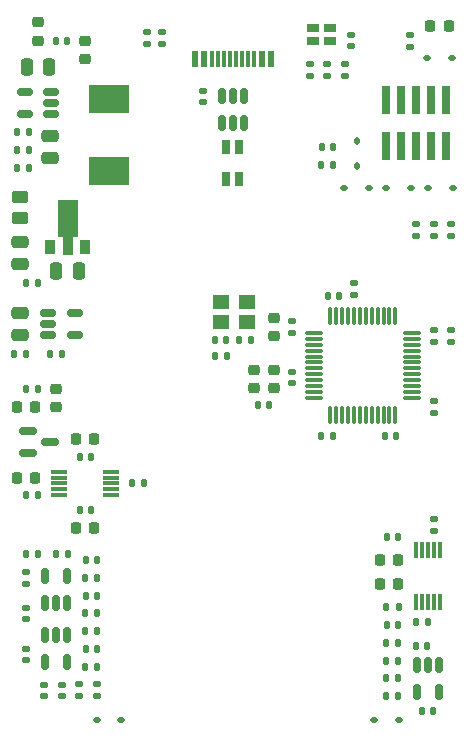
<source format=gbr>
%TF.GenerationSoftware,KiCad,Pcbnew,7.0.10*%
%TF.CreationDate,2024-01-21T20:38:52+01:00*%
%TF.ProjectId,Nemesis-MixSigPCB,4e656d65-7369-4732-9d4d-697853696750,1*%
%TF.SameCoordinates,Original*%
%TF.FileFunction,Paste,Top*%
%TF.FilePolarity,Positive*%
%FSLAX46Y46*%
G04 Gerber Fmt 4.6, Leading zero omitted, Abs format (unit mm)*
G04 Created by KiCad (PCBNEW 7.0.10) date 2024-01-21 20:38:52*
%MOMM*%
%LPD*%
G01*
G04 APERTURE LIST*
G04 Aperture macros list*
%AMRoundRect*
0 Rectangle with rounded corners*
0 $1 Rounding radius*
0 $2 $3 $4 $5 $6 $7 $8 $9 X,Y pos of 4 corners*
0 Add a 4 corners polygon primitive as box body*
4,1,4,$2,$3,$4,$5,$6,$7,$8,$9,$2,$3,0*
0 Add four circle primitives for the rounded corners*
1,1,$1+$1,$2,$3*
1,1,$1+$1,$4,$5*
1,1,$1+$1,$6,$7*
1,1,$1+$1,$8,$9*
0 Add four rect primitives between the rounded corners*
20,1,$1+$1,$2,$3,$4,$5,0*
20,1,$1+$1,$4,$5,$6,$7,0*
20,1,$1+$1,$6,$7,$8,$9,0*
20,1,$1+$1,$8,$9,$2,$3,0*%
%AMFreePoly0*
4,1,9,3.862500,-0.866500,0.737500,-0.866500,0.737500,-0.450000,-0.737500,-0.450000,-0.737500,0.450000,0.737500,0.450000,0.737500,0.866500,3.862500,0.866500,3.862500,-0.866500,3.862500,-0.866500,$1*%
G04 Aperture macros list end*
%ADD10RoundRect,0.225000X0.225000X0.250000X-0.225000X0.250000X-0.225000X-0.250000X0.225000X-0.250000X0*%
%ADD11R,0.740000X2.400000*%
%ADD12RoundRect,0.218750X-0.218750X-0.256250X0.218750X-0.256250X0.218750X0.256250X-0.218750X0.256250X0*%
%ADD13RoundRect,0.112500X-0.187500X-0.112500X0.187500X-0.112500X0.187500X0.112500X-0.187500X0.112500X0*%
%ADD14RoundRect,0.135000X-0.135000X-0.185000X0.135000X-0.185000X0.135000X0.185000X-0.135000X0.185000X0*%
%ADD15RoundRect,0.135000X0.135000X0.185000X-0.135000X0.185000X-0.135000X-0.185000X0.135000X-0.185000X0*%
%ADD16RoundRect,0.140000X0.140000X0.170000X-0.140000X0.170000X-0.140000X-0.170000X0.140000X-0.170000X0*%
%ADD17RoundRect,0.150000X-0.150000X0.512500X-0.150000X-0.512500X0.150000X-0.512500X0.150000X0.512500X0*%
%ADD18R,3.500000X2.350000*%
%ADD19RoundRect,0.135000X-0.185000X0.135000X-0.185000X-0.135000X0.185000X-0.135000X0.185000X0.135000X0*%
%ADD20RoundRect,0.250000X0.475000X-0.250000X0.475000X0.250000X-0.475000X0.250000X-0.475000X-0.250000X0*%
%ADD21RoundRect,0.140000X-0.140000X-0.170000X0.140000X-0.170000X0.140000X0.170000X-0.140000X0.170000X0*%
%ADD22RoundRect,0.225000X-0.225000X-0.250000X0.225000X-0.250000X0.225000X0.250000X-0.225000X0.250000X0*%
%ADD23RoundRect,0.140000X0.170000X-0.140000X0.170000X0.140000X-0.170000X0.140000X-0.170000X-0.140000X0*%
%ADD24RoundRect,0.147500X0.147500X0.172500X-0.147500X0.172500X-0.147500X-0.172500X0.147500X-0.172500X0*%
%ADD25R,1.400000X1.200000*%
%ADD26RoundRect,0.135000X0.185000X-0.135000X0.185000X0.135000X-0.185000X0.135000X-0.185000X-0.135000X0*%
%ADD27RoundRect,0.112500X0.187500X0.112500X-0.187500X0.112500X-0.187500X-0.112500X0.187500X-0.112500X0*%
%ADD28RoundRect,0.150000X0.512500X0.150000X-0.512500X0.150000X-0.512500X-0.150000X0.512500X-0.150000X0*%
%ADD29R,0.600000X1.450000*%
%ADD30R,0.300000X1.450000*%
%ADD31RoundRect,0.250000X-0.250000X-0.475000X0.250000X-0.475000X0.250000X0.475000X-0.250000X0.475000X0*%
%ADD32RoundRect,0.150000X-0.587500X-0.150000X0.587500X-0.150000X0.587500X0.150000X-0.587500X0.150000X0*%
%ADD33RoundRect,0.140000X-0.170000X0.140000X-0.170000X-0.140000X0.170000X-0.140000X0.170000X0.140000X0*%
%ADD34R,0.900000X1.300000*%
%ADD35FreePoly0,90.000000*%
%ADD36RoundRect,0.150000X-0.512500X-0.150000X0.512500X-0.150000X0.512500X0.150000X-0.512500X0.150000X0*%
%ADD37RoundRect,0.075000X-0.662500X-0.075000X0.662500X-0.075000X0.662500X0.075000X-0.662500X0.075000X0*%
%ADD38RoundRect,0.075000X-0.075000X-0.662500X0.075000X-0.662500X0.075000X0.662500X-0.075000X0.662500X0*%
%ADD39R,1.000000X0.800000*%
%ADD40RoundRect,0.150000X0.150000X-0.512500X0.150000X0.512500X-0.150000X0.512500X-0.150000X-0.512500X0*%
%ADD41RoundRect,0.250000X0.450000X-0.262500X0.450000X0.262500X-0.450000X0.262500X-0.450000X-0.262500X0*%
%ADD42RoundRect,0.225000X0.250000X-0.225000X0.250000X0.225000X-0.250000X0.225000X-0.250000X-0.225000X0*%
%ADD43RoundRect,0.112500X0.112500X-0.187500X0.112500X0.187500X-0.112500X0.187500X-0.112500X-0.187500X0*%
%ADD44RoundRect,0.250000X0.250000X0.475000X-0.250000X0.475000X-0.250000X-0.475000X0.250000X-0.475000X0*%
%ADD45RoundRect,0.225000X-0.250000X0.225000X-0.250000X-0.225000X0.250000X-0.225000X0.250000X0.225000X0*%
%ADD46R,1.450000X0.300000*%
%ADD47RoundRect,0.250000X-0.475000X0.250000X-0.475000X-0.250000X0.475000X-0.250000X0.475000X0.250000X0*%
%ADD48R,0.700000X1.200000*%
G04 APERTURE END LIST*
D10*
%TO.C,C402*%
X161500000Y-99000000D03*
X159950000Y-99000000D03*
%TD*%
D11*
%TO.C,J201*%
X165540000Y-60050000D03*
X165540000Y-63950000D03*
X164270000Y-60050000D03*
X164270000Y-63950000D03*
X163000000Y-60050000D03*
X163000000Y-63950000D03*
X161730000Y-60050000D03*
X161730000Y-63950000D03*
X160460000Y-60050000D03*
X160460000Y-63950000D03*
%TD*%
D12*
%TO.C,D100*%
X164212500Y-53750000D03*
X165787500Y-53750000D03*
%TD*%
D13*
%TO.C,D400*%
X159450000Y-112500000D03*
X161550000Y-112500000D03*
%TD*%
D14*
%TO.C,R402*%
X160500000Y-103000000D03*
X161520000Y-103000000D03*
%TD*%
D15*
%TO.C,R105*%
X133010000Y-81500000D03*
X131990000Y-81500000D03*
%TD*%
%TO.C,R102*%
X130240000Y-62750000D03*
X129220000Y-62750000D03*
%TD*%
D16*
%TO.C,C314*%
X135480000Y-94750000D03*
X134520000Y-94750000D03*
%TD*%
D17*
%TO.C,U201*%
X148450000Y-59725000D03*
X147500000Y-59725000D03*
X146550000Y-59725000D03*
X146550000Y-62000000D03*
X147500000Y-62000000D03*
X148450000Y-62000000D03*
%TD*%
D18*
%TO.C,L101*%
X137000000Y-59975000D03*
X137000000Y-66025000D03*
%TD*%
D19*
%TO.C,R206*%
X141500000Y-54240000D03*
X141500000Y-55260000D03*
%TD*%
D10*
%TO.C,C312*%
X135775000Y-88750000D03*
X134225000Y-88750000D03*
%TD*%
D16*
%TO.C,C307*%
X135980000Y-99000000D03*
X135020000Y-99000000D03*
%TD*%
D20*
%TO.C,C105*%
X132000000Y-64950000D03*
X132000000Y-63050000D03*
%TD*%
D21*
%TO.C,C405*%
X160500000Y-109000000D03*
X161460000Y-109000000D03*
%TD*%
D22*
%TO.C,C309*%
X129225000Y-86000000D03*
X130775000Y-86000000D03*
%TD*%
D16*
%TO.C,C401*%
X161500000Y-97000000D03*
X160540000Y-97000000D03*
%TD*%
%TO.C,C313*%
X135480000Y-90250000D03*
X134520000Y-90250000D03*
%TD*%
D20*
%TO.C,C107*%
X129500000Y-79950000D03*
X129500000Y-78050000D03*
%TD*%
D16*
%TO.C,C202*%
X161340000Y-88500000D03*
X160380000Y-88500000D03*
%TD*%
D14*
%TO.C,R305*%
X134990000Y-103500000D03*
X136010000Y-103500000D03*
%TD*%
D23*
%TO.C,C302*%
X130000000Y-107480000D03*
X130000000Y-106520000D03*
%TD*%
D24*
%TO.C,L200*%
X150590000Y-85870000D03*
X149620000Y-85870000D03*
%TD*%
D25*
%TO.C,Y200*%
X148690000Y-77170000D03*
X146490000Y-77170000D03*
X146490000Y-78870000D03*
X148690000Y-78870000D03*
%TD*%
D26*
%TO.C,R301*%
X134500000Y-110510000D03*
X134500000Y-109490000D03*
%TD*%
D27*
%TO.C,D203*%
X162600000Y-67500000D03*
X160500000Y-67500000D03*
%TD*%
D14*
%TO.C,R302*%
X129990000Y-98500000D03*
X131010000Y-98500000D03*
%TD*%
D21*
%TO.C,C303*%
X135020000Y-106500000D03*
X135980000Y-106500000D03*
%TD*%
%TO.C,C212*%
X155020000Y-64000000D03*
X155980000Y-64000000D03*
%TD*%
D28*
%TO.C,U101*%
X132137500Y-61225000D03*
X132137500Y-60275000D03*
X132137500Y-59325000D03*
X129862500Y-59325000D03*
X129862500Y-61225000D03*
%TD*%
D15*
%TO.C,R404*%
X161500000Y-107500000D03*
X160480000Y-107500000D03*
%TD*%
D26*
%TO.C,R207*%
X157000000Y-58010000D03*
X157000000Y-56990000D03*
%TD*%
%TO.C,R208*%
X154000000Y-58010000D03*
X154000000Y-56990000D03*
%TD*%
D14*
%TO.C,R401*%
X163000000Y-104250000D03*
X164020000Y-104250000D03*
%TD*%
D29*
%TO.C,J200*%
X150750000Y-56545000D03*
X149950000Y-56545000D03*
D30*
X148750000Y-56545000D03*
X147750000Y-56545000D03*
X147250000Y-56545000D03*
X146250000Y-56545000D03*
D29*
X145050000Y-56545000D03*
X144250000Y-56545000D03*
X144250000Y-56545000D03*
X145050000Y-56545000D03*
D30*
X145750000Y-56545000D03*
X146750000Y-56545000D03*
X148250000Y-56545000D03*
X149250000Y-56545000D03*
D29*
X149950000Y-56545000D03*
X150750000Y-56545000D03*
%TD*%
D15*
%TO.C,R201*%
X147010000Y-81670000D03*
X145990000Y-81670000D03*
%TD*%
D26*
%TO.C,R210*%
X166000000Y-71520000D03*
X166000000Y-70500000D03*
%TD*%
D19*
%TO.C,R400*%
X164500000Y-95480000D03*
X164500000Y-96500000D03*
%TD*%
D15*
%TO.C,R309*%
X140010000Y-92500000D03*
X138990000Y-92500000D03*
%TD*%
D31*
%TO.C,C104*%
X130050000Y-57275000D03*
X131950000Y-57275000D03*
%TD*%
D32*
%TO.C,U302*%
X130125000Y-88050000D03*
X130125000Y-89950000D03*
X132000000Y-89000000D03*
%TD*%
D19*
%TO.C,R300*%
X136000000Y-109490000D03*
X136000000Y-110510000D03*
%TD*%
D10*
%TO.C,C310*%
X130775000Y-92000000D03*
X129225000Y-92000000D03*
%TD*%
D15*
%TO.C,R306*%
X136010000Y-100500000D03*
X134990000Y-100500000D03*
%TD*%
D33*
%TO.C,C211*%
X157500000Y-54520000D03*
X157500000Y-55480000D03*
%TD*%
D21*
%TO.C,C209*%
X145990000Y-80370000D03*
X146950000Y-80370000D03*
%TD*%
D34*
%TO.C,U100*%
X132000000Y-72450000D03*
D35*
X133500000Y-72362500D03*
D34*
X135000000Y-72450000D03*
%TD*%
D23*
%TO.C,C205*%
X152500000Y-83980000D03*
X152500000Y-83020000D03*
%TD*%
D26*
%TO.C,R209*%
X155500000Y-58010000D03*
X155500000Y-56990000D03*
%TD*%
D16*
%TO.C,C311*%
X130980000Y-93500000D03*
X130020000Y-93500000D03*
%TD*%
D30*
%TO.C,U400*%
X163000000Y-102500000D03*
X163500000Y-102500000D03*
X164000000Y-102500000D03*
X164500000Y-102500000D03*
X165000000Y-102500000D03*
X165000000Y-98100000D03*
X164500000Y-98100000D03*
X164000000Y-98100000D03*
X163500000Y-98100000D03*
X163000000Y-98100000D03*
%TD*%
D36*
%TO.C,U102*%
X131862500Y-78050000D03*
X131862500Y-79000000D03*
X131862500Y-79950000D03*
X134137500Y-79950000D03*
X134137500Y-78050000D03*
%TD*%
D16*
%TO.C,C406*%
X164480000Y-111750000D03*
X163520000Y-111750000D03*
%TD*%
D27*
%TO.C,D201*%
X166050000Y-56500000D03*
X163950000Y-56500000D03*
%TD*%
D21*
%TO.C,C404*%
X163000000Y-106250000D03*
X163960000Y-106250000D03*
%TD*%
D13*
%TO.C,D300*%
X135950000Y-112500000D03*
X138050000Y-112500000D03*
%TD*%
D26*
%TO.C,R103*%
X162500000Y-55520000D03*
X162500000Y-54500000D03*
%TD*%
D37*
%TO.C,U200*%
X154337500Y-79750000D03*
X154337500Y-80250000D03*
X154337500Y-80750000D03*
X154337500Y-81250000D03*
X154337500Y-81750000D03*
X154337500Y-82250000D03*
X154337500Y-82750000D03*
X154337500Y-83250000D03*
X154337500Y-83750000D03*
X154337500Y-84250000D03*
X154337500Y-84750000D03*
X154337500Y-85250000D03*
D38*
X155750000Y-86662500D03*
X156250000Y-86662500D03*
X156750000Y-86662500D03*
X157250000Y-86662500D03*
X157750000Y-86662500D03*
X158250000Y-86662500D03*
X158750000Y-86662500D03*
X159250000Y-86662500D03*
X159750000Y-86662500D03*
X160250000Y-86662500D03*
X160750000Y-86662500D03*
X161250000Y-86662500D03*
D37*
X162662500Y-85250000D03*
X162662500Y-84750000D03*
X162662500Y-84250000D03*
X162662500Y-83750000D03*
X162662500Y-83250000D03*
X162662500Y-82750000D03*
X162662500Y-82250000D03*
X162662500Y-81750000D03*
X162662500Y-81250000D03*
X162662500Y-80750000D03*
X162662500Y-80250000D03*
X162662500Y-79750000D03*
D38*
X161250000Y-78337500D03*
X160750000Y-78337500D03*
X160250000Y-78337500D03*
X159750000Y-78337500D03*
X159250000Y-78337500D03*
X158750000Y-78337500D03*
X158250000Y-78337500D03*
X157750000Y-78337500D03*
X157250000Y-78337500D03*
X156750000Y-78337500D03*
X156250000Y-78337500D03*
X155750000Y-78337500D03*
%TD*%
D17*
%TO.C,U401*%
X164950000Y-107862500D03*
X164000000Y-107862500D03*
X163050000Y-107862500D03*
X163050000Y-110137500D03*
X164950000Y-110137500D03*
%TD*%
D39*
%TO.C,D200*%
X154250000Y-53950000D03*
X155750000Y-53950000D03*
X155750000Y-55050000D03*
X154250000Y-55050000D03*
%TD*%
D40*
%TO.C,U301*%
X131550000Y-102637500D03*
X132500000Y-102637500D03*
X133450000Y-102637500D03*
X133450000Y-100362500D03*
X131550000Y-100362500D03*
%TD*%
D41*
%TO.C,R100*%
X129500000Y-70050000D03*
X129500000Y-68225000D03*
%TD*%
D15*
%TO.C,R303*%
X136010000Y-108000000D03*
X134990000Y-108000000D03*
%TD*%
D33*
%TO.C,C301*%
X131500000Y-109520000D03*
X131500000Y-110480000D03*
%TD*%
D27*
%TO.C,D204*%
X159000000Y-67500000D03*
X156900000Y-67500000D03*
%TD*%
D16*
%TO.C,C106*%
X130210000Y-65750000D03*
X129250000Y-65750000D03*
%TD*%
D26*
%TO.C,R211*%
X164500000Y-71520000D03*
X164500000Y-70500000D03*
%TD*%
D23*
%TO.C,C304*%
X130000000Y-103980000D03*
X130000000Y-103020000D03*
%TD*%
D10*
%TO.C,C315*%
X135775000Y-96250000D03*
X134225000Y-96250000D03*
%TD*%
D33*
%TO.C,C306*%
X130000000Y-100020000D03*
X130000000Y-100980000D03*
%TD*%
D42*
%TO.C,C207*%
X149250000Y-84420000D03*
X149250000Y-82870000D03*
%TD*%
D14*
%TO.C,R403*%
X160480000Y-106000000D03*
X161500000Y-106000000D03*
%TD*%
D15*
%TO.C,R304*%
X136010000Y-105000000D03*
X134990000Y-105000000D03*
%TD*%
D21*
%TO.C,C204*%
X155520000Y-76620000D03*
X156480000Y-76620000D03*
%TD*%
D14*
%TO.C,R308*%
X129990000Y-84500000D03*
X131010000Y-84500000D03*
%TD*%
%TO.C,R101*%
X129220000Y-64250000D03*
X130240000Y-64250000D03*
%TD*%
%TO.C,R405*%
X160480000Y-110500000D03*
X161500000Y-110500000D03*
%TD*%
D43*
%TO.C,D205*%
X158000000Y-65600000D03*
X158000000Y-63500000D03*
%TD*%
D13*
%TO.C,D202*%
X164000000Y-67500000D03*
X166100000Y-67500000D03*
%TD*%
D17*
%TO.C,U300*%
X133450000Y-105362500D03*
X132500000Y-105362500D03*
X131550000Y-105362500D03*
X131550000Y-107637500D03*
X133450000Y-107637500D03*
%TD*%
D42*
%TO.C,C206*%
X151000000Y-84420000D03*
X151000000Y-82870000D03*
%TD*%
D33*
%TO.C,C203*%
X164500000Y-79520000D03*
X164500000Y-80480000D03*
%TD*%
D44*
%TO.C,C103*%
X134450000Y-74500000D03*
X132550000Y-74500000D03*
%TD*%
D19*
%TO.C,R205*%
X140250000Y-54240000D03*
X140250000Y-55260000D03*
%TD*%
D33*
%TO.C,C300*%
X133000000Y-109520000D03*
X133000000Y-110480000D03*
%TD*%
D16*
%TO.C,C108*%
X130980000Y-75500000D03*
X130020000Y-75500000D03*
%TD*%
D14*
%TO.C,R203*%
X154990000Y-88500000D03*
X156010000Y-88500000D03*
%TD*%
D21*
%TO.C,C403*%
X160520000Y-104500000D03*
X161480000Y-104500000D03*
%TD*%
D45*
%TO.C,C308*%
X132500000Y-84500000D03*
X132500000Y-86050000D03*
%TD*%
D33*
%TO.C,C210*%
X145000000Y-59270000D03*
X145000000Y-60230000D03*
%TD*%
D14*
%TO.C,R104*%
X128990000Y-81500000D03*
X130010000Y-81500000D03*
%TD*%
D19*
%TO.C,R204*%
X166000000Y-79490000D03*
X166000000Y-80510000D03*
%TD*%
D45*
%TO.C,C100*%
X135000000Y-55000000D03*
X135000000Y-56550000D03*
%TD*%
D42*
%TO.C,C200*%
X151000000Y-80025000D03*
X151000000Y-78475000D03*
%TD*%
D15*
%TO.C,R307*%
X133510000Y-98500000D03*
X132490000Y-98500000D03*
%TD*%
D26*
%TO.C,R202*%
X164500000Y-86510000D03*
X164500000Y-85490000D03*
%TD*%
D24*
%TO.C,L100*%
X133485000Y-55000000D03*
X132515000Y-55000000D03*
%TD*%
D26*
%TO.C,R212*%
X163000000Y-71520000D03*
X163000000Y-70500000D03*
%TD*%
D46*
%TO.C,U303*%
X132800000Y-91500000D03*
X132800000Y-92000000D03*
X132800000Y-92500000D03*
X132800000Y-93000000D03*
X132800000Y-93500000D03*
X137200000Y-93500000D03*
X137200000Y-93000000D03*
X137200000Y-92500000D03*
X137200000Y-92000000D03*
X137200000Y-91500000D03*
%TD*%
D10*
%TO.C,C400*%
X161500000Y-101000000D03*
X159950000Y-101000000D03*
%TD*%
D26*
%TO.C,R200*%
X157750000Y-76510000D03*
X157750000Y-75490000D03*
%TD*%
D14*
%TO.C,R213*%
X154990000Y-65500000D03*
X156010000Y-65500000D03*
%TD*%
D16*
%TO.C,C208*%
X148990000Y-80370000D03*
X148030000Y-80370000D03*
%TD*%
%TO.C,C305*%
X135980000Y-102000000D03*
X135020000Y-102000000D03*
%TD*%
D47*
%TO.C,C102*%
X129500000Y-72050000D03*
X129500000Y-73950000D03*
%TD*%
D42*
%TO.C,C101*%
X131000000Y-55000000D03*
X131000000Y-53450000D03*
%TD*%
D48*
%TO.C,L201*%
X148050000Y-64037500D03*
X146950000Y-64037500D03*
X146950000Y-66687500D03*
X148050000Y-66687500D03*
%TD*%
D23*
%TO.C,C201*%
X152500000Y-79730000D03*
X152500000Y-78770000D03*
%TD*%
M02*

</source>
